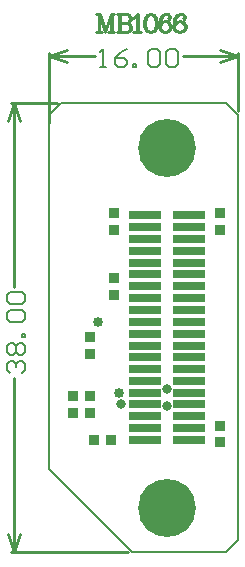
<source format=gbr>
%FSTAX23Y23*%
%MOIN*%
%SFA1B1*%

%IPPOS*%
%ADD17C,0.010000*%
%ADD18C,0.005000*%
%ADD19C,0.006000*%
%ADD27R,0.038000X0.038000*%
%ADD31C,0.033590*%
%ADD32C,0.193039*%
%ADD33C,0.031622*%
%ADD34R,0.106425X0.031622*%
%ADD35R,0.038000X0.038000*%
%LNmb1066-1*%
%LPD*%
G54D17*
X00629Y01469D02*
Y01663D01*
X0Y01429D02*
Y01663D01*
X00444Y01653D02*
X00629D01*
X0D02*
X00153D01*
X00569Y01673D02*
X00629Y01653D01*
X00569Y01633D02*
X00629Y01653D01*
X0D02*
X0006Y01633D01*
X0Y01653D02*
X0006Y01673D01*
X-00128Y01496D02*
X00026D01*
X-00128Y0D02*
X00263D01*
X-00118Y00882D02*
Y01496D01*
Y0D02*
Y00581D01*
X-00138Y01436D02*
X-00118Y01496D01*
X-00098Y01436*
X-00118Y0D02*
X-00098Y0006D01*
X-00138D02*
X-00118Y0D01*
X00166Y01792D02*
Y01732D01*
X00168Y01792D02*
X00186Y0174D01*
X00166Y01792D02*
X00186Y01732D01*
X00206Y01792D02*
X00186Y01732D01*
X00206Y01792D02*
Y01732D01*
X00208Y01792D02*
Y01732D01*
X00157Y01792D02*
X00168D01*
X00206D02*
X00217D01*
X00157Y01732D02*
X00174D01*
X00197D02*
X00217D01*
X00232Y01792D02*
Y01732D01*
X00235Y01792D02*
Y01732D01*
X00224Y01792D02*
X00258D01*
X00267Y01789*
X0027Y01786*
X00272Y0178*
Y01775*
X0027Y01769*
X00267Y01766*
X00258Y01763*
Y01792D02*
X00264Y01789D01*
X00267Y01786*
X0027Y0178*
Y01775*
X00267Y01769*
X00264Y01766*
X00258Y01763*
X00235D02*
X00258D01*
X00267Y0176*
X0027Y01757*
X00272Y01752*
Y01743*
X0027Y01737*
X00267Y01735*
X00258Y01732*
X00224*
X00258Y01763D02*
X00264Y0176D01*
X00267Y01757*
X0027Y01752*
Y01743*
X00267Y01737*
X00264Y01735*
X00258Y01732*
X0028Y0178D02*
X00286Y01783D01*
X00295Y01792*
Y01732*
X00292Y01789D02*
Y01732D01*
X0028D02*
X00306D01*
X00334Y01792D02*
X00325Y01789D01*
X00319Y0178*
X00316Y01766*
Y01757*
X00319Y01743*
X00325Y01735*
X00334Y01732*
X00339*
X00348Y01735*
X00354Y01743*
X00356Y01757*
Y01766*
X00354Y0178*
X00348Y01789*
X00339Y01792*
X00334*
X00328Y01789*
X00325Y01786*
X00322Y0178*
X00319Y01766*
Y01757*
X00322Y01743*
X00325Y01737*
X00328Y01735*
X00334Y01732*
X00339D02*
X00345Y01735D01*
X00348Y01737*
X00351Y01743*
X00354Y01757*
Y01766*
X00351Y0178*
X00348Y01786*
X00345Y01789*
X00339Y01792*
X004Y01783D02*
X00397Y0178D01*
X004Y01777*
X00402Y0178*
Y01783*
X004Y01789*
X00394Y01792*
X00385*
X00377Y01789*
X00371Y01783*
X00368Y01777*
X00365Y01766*
Y01749*
X00368Y0174*
X00374Y01735*
X00382Y01732*
X00388*
X00397Y01735*
X00402Y0174*
X00405Y01749*
Y01752*
X00402Y0176*
X00397Y01766*
X00388Y01769*
X00385*
X00377Y01766*
X00371Y0176*
X00368Y01752*
X00385Y01792D02*
X0038Y01789D01*
X00374Y01783*
X00371Y01777*
X00368Y01766*
Y01749*
X00371Y0174*
X00377Y01735*
X00382Y01732*
X00388D02*
X00394Y01735D01*
X004Y0174*
X00402Y01749*
Y01752*
X004Y0176*
X00394Y01766*
X00388Y01769*
X00448Y01783D02*
X00445Y0178D01*
X00448Y01777*
X00451Y0178*
Y01783*
X00448Y01789*
X00443Y01792*
X00434*
X00425Y01789*
X0042Y01783*
X00417Y01777*
X00414Y01766*
Y01749*
X00417Y0174*
X00423Y01735*
X00431Y01732*
X00437*
X00445Y01735*
X00451Y0174*
X00454Y01749*
Y01752*
X00451Y0176*
X00445Y01766*
X00437Y01769*
X00434*
X00425Y01766*
X0042Y0176*
X00417Y01752*
X00434Y01792D02*
X00428Y01789D01*
X00423Y01783*
X0042Y01777*
X00417Y01766*
Y01749*
X0042Y0174*
X00425Y01735*
X00431Y01732*
X00437D02*
X00443Y01735D01*
X00448Y0174*
X00451Y01749*
Y01752*
X00448Y0176*
X00443Y01766*
X00437Y01769*
G54D18*
X0Y00275D02*
Y00354D01*
X0059Y0D02*
X00629Y00039D01*
X0059Y01496D02*
X00629Y01456D01*
Y00039D02*
Y01456D01*
X0Y00275D02*
Y01456D01*
Y00275D02*
X00275Y0D01*
X0Y01456D02*
X00039Y01496D01*
X0059*
X00275Y0D02*
X0059D01*
G54D19*
X00169Y01617D02*
X00188D01*
X00179*
Y01677*
X00169Y01667*
X00258Y01677D02*
X00238Y01667D01*
X00218Y01647*
Y01627*
X00228Y01617*
X00248*
X00258Y01627*
Y01637*
X00248Y01647*
X00218*
X00278Y01617D02*
Y01627D01*
X00288*
Y01617*
X00278*
X00328Y01667D02*
X00338Y01677D01*
X00358*
X00368Y01667*
Y01627*
X00358Y01617*
X00338*
X00328Y01627*
Y01667*
X00388D02*
X00398Y01677D01*
X00418*
X00428Y01667*
Y01627*
X00418Y01617*
X00398*
X00388Y01627*
Y01667*
X-00132Y00597D02*
X-00142Y00607D01*
Y00627*
X-00132Y00637*
X-00122*
X-00112Y00627*
Y00617*
Y00627*
X-00102Y00637*
X-00092*
X-00082Y00627*
Y00607*
X-00092Y00597*
X-00132Y00657D02*
X-00142Y00667D01*
Y00687*
X-00132Y00697*
X-00122*
X-00112Y00687*
X-00102Y00697*
X-00092*
X-00082Y00687*
Y00667*
X-00092Y00657*
X-00102*
X-00112Y00667*
X-00122Y00657*
X-00132*
X-00112Y00667D02*
Y00687D01*
X-00082Y00717D02*
X-00092D01*
Y00727*
X-00082*
Y00717*
X-00132Y00767D02*
X-00142Y00777D01*
Y00797*
X-00132Y00807*
X-00092*
X-00082Y00797*
Y00777*
X-00092Y00767*
X-00132*
Y00827D02*
X-00142Y00836D01*
Y00856*
X-00132Y00866*
X-00092*
X-00082Y00856*
Y00836*
X-00092Y00827*
X-00132*
G54D27*
X00149Y00374D03*
X00204D03*
G54D31*
X00232Y00531D03*
X00161Y00767D03*
G54D32*
X00393Y01348D03*
Y00147D03*
G54D33*
X00392Y00488D03*
X0024Y00492D03*
X00393Y00543D03*
G54D34*
X00466Y00964D03*
Y01003D03*
Y01043D03*
Y01082D03*
X0032Y00964D03*
Y01003D03*
Y01043D03*
X00466Y01122D03*
X0032D03*
Y01082D03*
X00466Y00925D03*
X0032D03*
X00466Y00885D03*
X0032D03*
X00466Y00846D03*
X0032D03*
X00466Y00807D03*
Y00767D03*
X0032D03*
Y00728D03*
X00466D03*
X0032Y00688D03*
X00466D03*
X0032Y00649D03*
X00466D03*
X0032Y0061D03*
X00466D03*
X0032Y0057D03*
X00466D03*
X0032Y00531D03*
X00466D03*
X0032Y00492D03*
X00466D03*
X0032Y00452D03*
X00466D03*
X0032Y00413D03*
X00466D03*
X0032Y00374D03*
X00466D03*
X0032Y00807D03*
G54D35*
X00216Y01129D03*
Y01074D03*
X0057D03*
Y01129D03*
Y00421D03*
Y00366D03*
X00137Y00464D03*
Y00519D03*
X00078Y00464D03*
Y00519D03*
X00137Y00716D03*
Y00661D03*
X00216Y00913D03*
Y00858D03*
M02*
</source>
